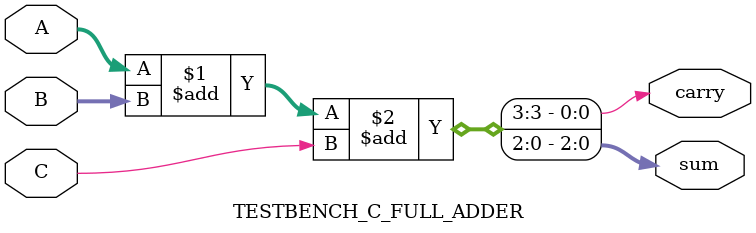
<source format=v>
`timescale 1ns / 1ps


module TESTBENCH_C_FULL_ADDER(
input [2:0]A,B,
input C,
output [2:0]sum,
output carry
    );
    
    assign {carry,sum}=A+B+C;
    
endmodule

</source>
